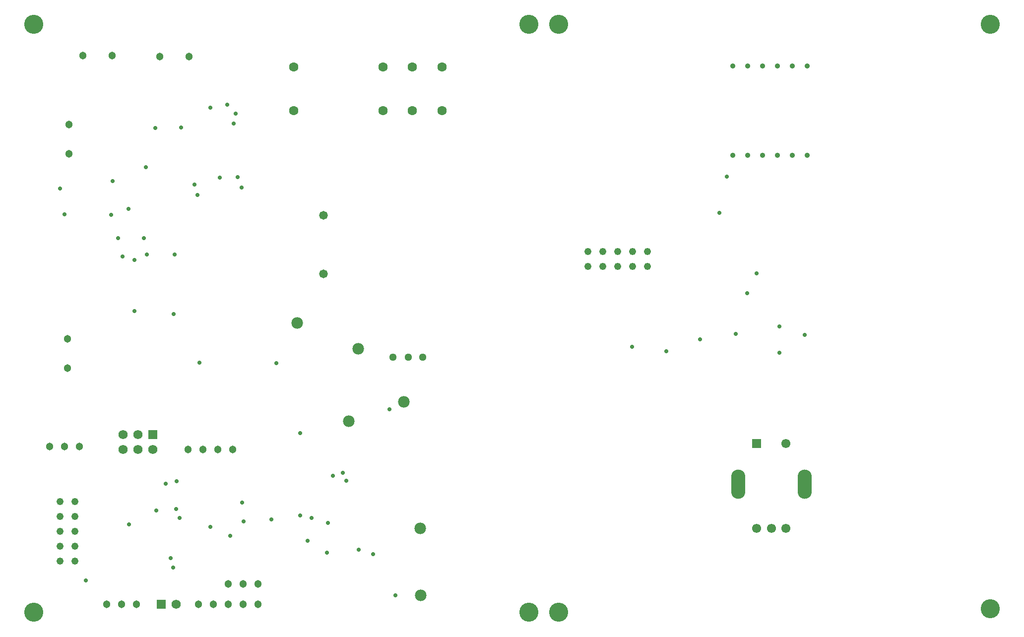
<source format=gbs>
G04*
G04 #@! TF.GenerationSoftware,Altium Limited,Altium Designer,23.2.1 (34)*
G04*
G04 Layer_Color=16711935*
%FSLAX25Y25*%
%MOIN*%
G70*
G04*
G04 #@! TF.SameCoordinates,A037187A-46A6-4B3A-B22B-D3DDD371AF81*
G04*
G04*
G04 #@! TF.FilePolarity,Negative*
G04*
G01*
G75*
%ADD35C,0.06102*%
%ADD36R,0.06102X0.06102*%
G04:AMPARAMS|DCode=37|XSize=94.49mil|YSize=196.85mil|CornerRadius=47.24mil|HoleSize=0mil|Usage=FLASHONLY|Rotation=0.000|XOffset=0mil|YOffset=0mil|HoleType=Round|Shape=RoundedRectangle|*
%AMROUNDEDRECTD37*
21,1,0.09449,0.10236,0,0,0.0*
21,1,0.00000,0.19685,0,0,0.0*
1,1,0.09449,0.00000,-0.05118*
1,1,0.09449,0.00000,-0.05118*
1,1,0.09449,0.00000,0.05118*
1,1,0.09449,0.00000,0.05118*
%
%ADD37ROUNDEDRECTD37*%
%ADD38C,0.03556*%
%ADD39C,0.04816*%
%ADD40C,0.05800*%
%ADD41C,0.12800*%
%ADD42C,0.06312*%
%ADD43R,0.06181X0.06181*%
%ADD44C,0.06181*%
%ADD45C,0.05131*%
%ADD46C,0.05052*%
%ADD47C,0.02800*%
%ADD48C,0.07800*%
D35*
X515343Y123559D02*
D03*
X495657Y66472D02*
D03*
X505500D02*
D03*
X515343D02*
D03*
D36*
X495657Y123559D02*
D03*
D37*
X483059Y96000D02*
D03*
X527941D02*
D03*
D38*
X529642Y317000D02*
D03*
X519642D02*
D03*
X509642D02*
D03*
X499642D02*
D03*
X489642D02*
D03*
X479642D02*
D03*
Y377000D02*
D03*
X489642D02*
D03*
X499642D02*
D03*
X509642D02*
D03*
X519642D02*
D03*
X529642D02*
D03*
D39*
X382142Y242500D02*
D03*
X392142D02*
D03*
X402142D02*
D03*
X412142D02*
D03*
X422142D02*
D03*
X382142Y252500D02*
D03*
X392142D02*
D03*
X402142D02*
D03*
X412142D02*
D03*
X422142D02*
D03*
X37500Y44500D02*
D03*
Y54500D02*
D03*
Y64500D02*
D03*
Y74500D02*
D03*
Y84500D02*
D03*
X27500Y44500D02*
D03*
Y54500D02*
D03*
Y64500D02*
D03*
Y74500D02*
D03*
Y84500D02*
D03*
D40*
X204500Y237500D02*
D03*
Y276870D02*
D03*
D41*
X10000Y405000D02*
D03*
X342500D02*
D03*
X362500D02*
D03*
X652500D02*
D03*
Y12500D02*
D03*
X362500Y10000D02*
D03*
X342500D02*
D03*
X10000D02*
D03*
D42*
X184421Y347000D02*
D03*
X244500D02*
D03*
X264343D02*
D03*
X284185D02*
D03*
Y376528D02*
D03*
X264343D02*
D03*
X244500D02*
D03*
X184421D02*
D03*
D43*
X90000Y129500D02*
D03*
X95500Y15500D02*
D03*
D44*
X80000Y129500D02*
D03*
X70000D02*
D03*
X90000Y119500D02*
D03*
X80000D02*
D03*
X70000D02*
D03*
X105500Y15500D02*
D03*
D45*
X40500Y121500D02*
D03*
X30500D02*
D03*
X20500D02*
D03*
X140500Y15500D02*
D03*
X120500D02*
D03*
X130500D02*
D03*
X150500D02*
D03*
X160500D02*
D03*
X32500Y174157D02*
D03*
Y193843D02*
D03*
X79000Y15500D02*
D03*
X69000D02*
D03*
X59000D02*
D03*
X133500Y119500D02*
D03*
X143500D02*
D03*
X123500D02*
D03*
X113500D02*
D03*
X140500Y29000D02*
D03*
X150500D02*
D03*
X160500D02*
D03*
X33500Y318000D02*
D03*
Y337685D02*
D03*
X43000Y384000D02*
D03*
X62685D02*
D03*
X94657Y383500D02*
D03*
X114343D02*
D03*
D46*
X271343Y181500D02*
D03*
X261500D02*
D03*
X251264D02*
D03*
D47*
X102000Y46500D02*
D03*
X98500Y96500D02*
D03*
X207500Y70000D02*
D03*
X91500Y335500D02*
D03*
X30500Y277500D02*
D03*
X104500Y250500D02*
D03*
X62000Y277000D02*
D03*
X84000Y261500D02*
D03*
X66500D02*
D03*
X149500Y295500D02*
D03*
X147000Y302500D02*
D03*
X135000Y302000D02*
D03*
X140000Y351000D02*
D03*
X128500Y349000D02*
D03*
X169500Y72500D02*
D03*
X151000Y71000D02*
D03*
X495500Y237800D02*
D03*
X489100Y224500D02*
D03*
X475500Y302858D02*
D03*
X470500Y278400D02*
D03*
X173000Y177400D02*
D03*
X144200Y338500D02*
D03*
X193900Y58100D02*
D03*
X128500Y67500D02*
D03*
X121200Y177800D02*
D03*
X220000Y98300D02*
D03*
X249000Y146464D02*
D03*
X412000Y188500D02*
D03*
X457700Y193500D02*
D03*
X511000Y202000D02*
D03*
Y184500D02*
D03*
X435000Y185500D02*
D03*
X481500Y197000D02*
D03*
X528000Y196300D02*
D03*
X142000Y61500D02*
D03*
X238000Y49200D02*
D03*
X206900Y50000D02*
D03*
X105600Y79500D02*
D03*
X228200Y52000D02*
D03*
X217615Y103805D02*
D03*
X120000Y290300D02*
D03*
X145500Y345000D02*
D03*
X27700Y294900D02*
D03*
X73500Y281000D02*
D03*
X45000Y31500D02*
D03*
X107800Y73500D02*
D03*
X106000Y98000D02*
D03*
X149800Y83700D02*
D03*
X92110Y78300D02*
D03*
X62800Y299700D02*
D03*
X118000Y297500D02*
D03*
X189000Y75000D02*
D03*
Y130500D02*
D03*
X86000Y250300D02*
D03*
X74000Y69000D02*
D03*
X104000Y210500D02*
D03*
X85200Y309200D02*
D03*
X108800Y335800D02*
D03*
X103500Y40000D02*
D03*
X196600Y73500D02*
D03*
X210900Y101700D02*
D03*
X69700Y249100D02*
D03*
X77400Y246900D02*
D03*
Y212400D02*
D03*
X253000Y21500D02*
D03*
D48*
X270000D02*
D03*
X269500Y66500D02*
D03*
X258500Y151500D02*
D03*
X221500Y138500D02*
D03*
X228000Y187000D02*
D03*
X187000Y204500D02*
D03*
M02*

</source>
